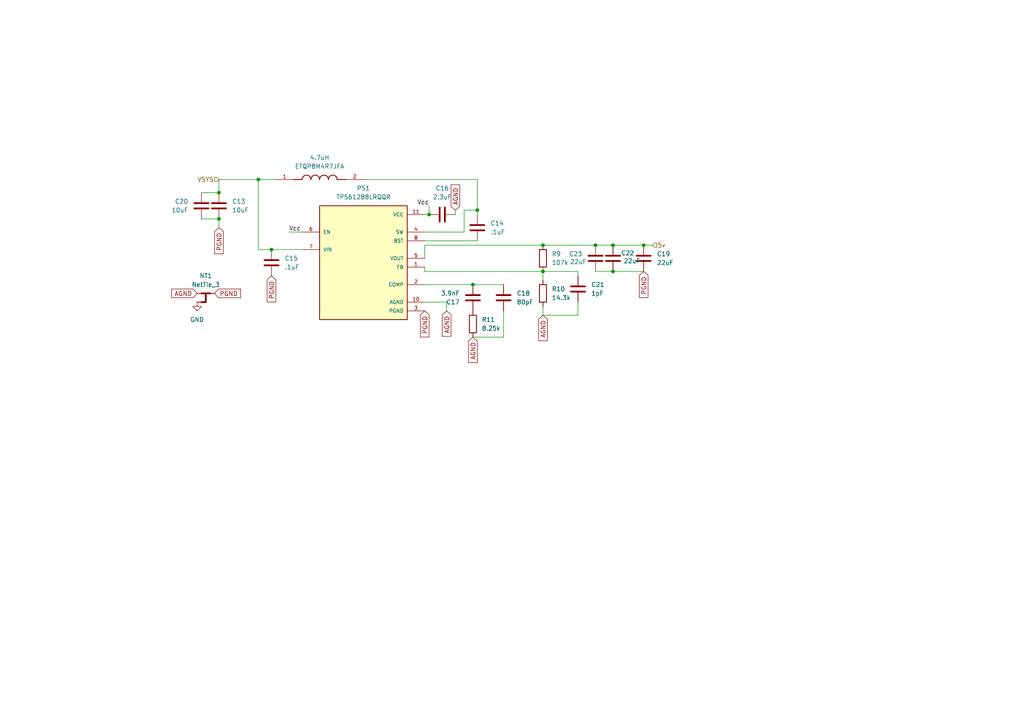
<source format=kicad_sch>
(kicad_sch (version 20250114) (generator "eeschema") (generator_version "9.0")
  (paper "A4")
  (title_block (title "Boost Converter") (date "2026-02-12") (rev "1.0") (company "MTU Open Source Hardware Enterprise") (comment 1 "Authors: Alex Ritter, Lucas Centner"))
  (lib_symbols
    (symbol "Device:C" (pin_numbers (hide yes)) (pin_names (offset 0.254))
      (property "Reference" "C" (at 0.635 2.54 0))
      (property "Value" "C" (at 0.635 -2.54 0))
      (symbol "C_0_1"
        (polyline (pts (xy -2.032 0.762) (xy 2.032 0.762)) (stroke (width 0.508)))
        (polyline (pts (xy -2.032 -0.762) (xy 2.032 -0.762)) (stroke (width 0.508)))
      )
      (symbol "C_1_1"
        (pin passive line (at 0 3.81 270) (length 2.794) (name "~") (number "1"))
        (pin passive line (at 0 -3.81 90) (length 2.794) (name "~") (number "2"))
      )
    )
    (symbol "Device:NetTie_3" (pin_numbers (hide yes)) (pin_names (offset 0) (hide yes)) (in_bom no)
      (property "Reference" "NT" (at 0 1.27 0))
      (property "Value" "NetTie_3" (at 0 -3.81 0))
      (symbol "NetTie_3_0_1"
        (polyline (pts (xy -1.27 0) (xy 1.27 0)) (stroke (width 0.508)))
        (polyline (pts (xy 0 0) (xy 0 -2.54) (xy -1.27 -2.54)) (stroke (width 0.508)))
      )
      (symbol "NetTie_3_1_1"
        (pin passive line (at -2.54 0 0) (length 2.54) (name "1") (number "1"))
        (pin passive line (at -2.54 -2.54 0) (length 2.54) (name "3") (number "3"))
        (pin passive line (at 2.54 0 180) (length 2.54) (name "2") (number "2"))
      )
    )
    (symbol "Device:R" (pin_numbers (hide yes)) (pin_names (offset 0))
      (property "Reference" "R" (at 2.032 0 90))
      (property "Value" "R" (at 0 0 90))
      (symbol "R_0_1"
        (rectangle (start -1.016 -2.54) (end 1.016 2.54) (stroke (width 0.254)))
      )
      (symbol "R_1_1"
        (pin passive line (at 0 3.81 270) (length 1.27) (name "~") (number "1"))
        (pin passive line (at 0 -3.81 90) (length 1.27) (name "~") (number "2"))
      )
    )
    (symbol "Indcutor:ETQP8M4R7JFA" (pin_names (offset 1.016))
      (property "Reference" "L" (at -10.16 7.62 0))
      (property "Value" "ETQP8M4R7JFA" (at -10.16 5.08 0))
      (symbol "ETQP8M4R7JFA_0_0"
        (polyline (pts (xy -5.08 0) (xy -7.62 0)) (stroke (width 0.254)))
        (arc (start -5.08 0) (mid -3.81 1.2645) (end -2.54 0) (stroke (width 0.254)))
        (arc (start -2.54 0) (mid -1.27 1.2645) (end 0 0) (stroke (width 0.254)))
        (arc (start 0 0) (mid 1.27 1.2645) (end 2.54 0) (stroke (width 0.254)))
        (arc (start 2.54 0) (mid 3.81 1.2645) (end 5.08 0) (stroke (width 0.254)))
        (polyline (pts (xy 5.08 0) (xy 7.62 0)) (stroke (width 0.254)))
        (pin passive line (at -12.7 0 0) (length 5.08) (name "~") (number "1"))
        (pin passive line (at 12.7 0 180) (length 5.08) (name "~") (number "2"))
      )
    )
    (symbol "TPS61288:TPS61288LRQQR" (pin_names (offset 1.016))
      (property "Reference" "PS" (at -12.7 18.288 0))
      (property "Value" "TPS61288LRQQR" (at -12.7 -17.78 0))
      (symbol "TPS61288LRQQR_0_0"
        (rectangle (start -12.7 -15.24) (end 12.7 17.78) (stroke (width 0.254)) (fill (type background)))
        (pin input line (at -17.78 10.16 0) (length 5.08) (name "EN") (number "6"))
        (pin input line (at -17.78 5.08 0) (length 5.08) (name "VIN") (number "7"))
        (pin power_in line (at 17.78 15.24 180) (length 5.08) (name "VCC") (number "11"))
        (pin output line (at 17.78 10.16 180) (length 5.08) (name "SW") (number "4"))
        (pin output line (at 17.78 10.16 180) (length 5.08) (hide yes) (name "SW") (number "9"))
        (pin output line (at 17.78 7.62 180) (length 5.08) (name "BST") (number "8"))
        (pin output line (at 17.78 2.54 180) (length 5.08) (name "VOUT") (number "5"))
        (pin input line (at 17.78 0 180) (length 5.08) (name "FB") (number "1"))
        (pin output line (at 17.78 -5.08 180) (length 5.08) (name "COMP") (number "2"))
        (pin power_in line (at 17.78 -10.16 180) (length 5.08) (name "AGND") (number "10"))
        (pin power_in line (at 17.78 -12.7 180) (length 5.08) (name "PGND") (number "3"))
      )
    )
    (symbol "power:GND" (power) (pin_numbers (hide yes)) (pin_names (offset 0) (hide yes))
      (property "Value" "GND" (at 0 -3.81 0))
      (symbol "GND_0_1"
        (polyline (pts (xy 0 0) (xy 0 -1.27) (xy 1.27 -1.27) (xy 0 -2.54) (xy -1.27 -1.27) (xy 0 -1.27)))
      )
      (symbol "GND_1_1"
        (pin power_in line (at 0 0 270) (length 0) (name "~") (number "1"))
      )
    )
  )
  (junction (at 137.16 82.55))
  (junction (at 74.93 52.07))
  (junction (at 157.48 71.12))
  (junction (at 177.8 78.74))
  (junction (at 172.72 71.12))
  (junction (at 138.43 60.96))
  (junction (at 177.8 71.12))
  (junction (at 124.46 62.23))
  (junction (at 63.5 63.5))
  (junction (at 157.48 78.74))
  (junction (at 78.74 72.39))
  (junction (at 186.69 71.12))
  (junction (at 63.5 55.88))
  (wire (pts (xy 129.54 90.17) (xy 129.54 87.63)))
  (wire (pts (xy 189.23 71.12) (xy 186.69 71.12)))
  (wire (pts (xy 58.42 63.5) (xy 63.5 63.5)))
  (wire (pts (xy 63.5 66.04) (xy 63.5 63.5)))
  (wire (pts (xy 132.08 60.96) (xy 132.08 62.23)))
  (wire (pts (xy 167.64 87.63) (xy 167.64 91.44)))
  (wire (pts (xy 78.74 72.39) (xy 87.63 72.39)))
  (wire (pts (xy 134.62 60.96) (xy 138.43 60.96)))
  (wire (pts (xy 146.05 97.79) (xy 137.16 97.79)))
  (wire (pts (xy 167.64 78.74) (xy 157.48 78.74)))
  (wire (pts (xy 74.93 72.39) (xy 78.74 72.39)))
  (wire (pts (xy 167.64 78.74) (xy 167.64 80.01)))
  (wire (pts (xy 123.19 78.74) (xy 157.48 78.74)))
  (wire (pts (xy 123.19 82.55) (xy 137.16 82.55)))
  (wire (pts (xy 138.43 62.23) (xy 138.43 60.96)))
  (wire (pts (xy 134.62 67.31) (xy 134.62 60.96)))
  (wire (pts (xy 74.93 52.07) (xy 63.5 52.07)))
  (wire (pts (xy 177.8 71.12) (xy 186.69 71.12)))
  (wire (pts (xy 157.48 91.44) (xy 157.48 88.9)))
  (wire (pts (xy 123.19 67.31) (xy 134.62 67.31)))
  (wire (pts (xy 123.19 71.12) (xy 123.19 74.93)))
  (wire (pts (xy 137.16 82.55) (xy 146.05 82.55)))
  (wire (pts (xy 157.48 78.74) (xy 157.48 81.28)))
  (wire (pts (xy 167.64 91.44) (xy 157.48 91.44)))
  (wire (pts (xy 58.42 55.88) (xy 63.5 55.88)))
  (wire (pts (xy 80.01 52.07) (xy 74.93 52.07)))
  (wire (pts (xy 123.19 62.23) (xy 124.46 62.23)))
  (wire (pts (xy 105.41 52.07) (xy 138.43 52.07)))
  (wire (pts (xy 124.46 59.69) (xy 124.46 62.23)))
  (wire (pts (xy 123.19 78.74) (xy 123.19 77.47)))
  (wire (pts (xy 172.72 71.12) (xy 177.8 71.12)))
  (wire (pts (xy 129.54 87.63) (xy 123.19 87.63)))
  (wire (pts (xy 157.48 71.12) (xy 172.72 71.12)))
  (wire (pts (xy 138.43 69.85) (xy 123.19 69.85)))
  (wire (pts (xy 123.19 71.12) (xy 157.48 71.12)))
  (wire (pts (xy 83.82 67.31) (xy 87.63 67.31)))
  (wire (pts (xy 146.05 90.17) (xy 146.05 97.79)))
  (wire (pts (xy 63.5 52.07) (xy 63.5 55.88)))
  (wire (pts (xy 74.93 52.07) (xy 74.93 72.39)))
  (wire (pts (xy 177.8 78.74) (xy 186.69 78.74)))
  (wire (pts (xy 138.43 52.07) (xy 138.43 60.96)))
  (wire (pts (xy 172.72 78.74) (xy 177.8 78.74)))
  (label "Vcc" (at 124.46 59.69 180))
  (label "Vcc" (at 83.82 67.31 0))
  (global_label "AGND" (shape input) (at 132.08 60.96 90) (property "Intersheetrefs" "${INTERSHEET_REFS}" (effects (hide yes))))
  (global_label "PGND" (shape input) (at 123.19 90.17 270) (property "Intersheetrefs" "${INTERSHEET_REFS}" (effects (hide yes))))
  (global_label "AGND" (shape input) (at 129.54 90.17 270) (property "Intersheetrefs" "${INTERSHEET_REFS}" (effects (hide yes))))
  (global_label "AGND" (shape input) (at 157.48 91.44 270) (property "Intersheetrefs" "${INTERSHEET_REFS}" (effects (hide yes))))
  (global_label "PGND" (shape input) (at 63.5 66.04 270) (property "Intersheetrefs" "${INTERSHEET_REFS}" (effects (hide yes))))
  (global_label "AGND" (shape input) (at 137.16 97.79 270) (property "Intersheetrefs" "${INTERSHEET_REFS}" (effects (hide yes))))
  (global_label "AGND" (shape input) (at 57.15 85.09 180) (property "Intersheetrefs" "${INTERSHEET_REFS}" (effects (hide yes))))
  (global_label "PGND" (shape input) (at 62.23 85.09 0) (property "Intersheetrefs" "${INTERSHEET_REFS}" (effects (hide yes))))
  (global_label "PGND" (shape input) (at 186.69 78.74 270) (property "Intersheetrefs" "${INTERSHEET_REFS}" (effects (hide yes))))
  (global_label "PGND" (shape input) (at 78.74 80.01 270) (property "Intersheetrefs" "${INTERSHEET_REFS}" (effects (hide yes))))
  (hierarchical_label "5v" (shape input) (at 189.23 71.12 0))
  (hierarchical_label "VSYS" (shape input) (at 63.5 52.07 180))
  (symbol (lib_id "Device:C") (at 138.43 66.04 0) (unit 1)
    (property "Reference" "C14" (at 142.24 64.7699 0) (effects (justify left)))
    (property "Value" ".1uF" (at 142.24 67.3099 0) (effects (justify left)))
    (property "Description" "Unpolarized capacitor" (effects (hide yes)))
  )
  (symbol (lib_id "Device:R") (at 157.48 85.09 0) (unit 1)
    (property "Reference" "R10" (at 160.02 83.8199 0) (effects (justify left)))
    (property "Value" "14.3k" (at 160.02 86.3599 0) (effects (justify left)))
    (property "Description" "Resistor" (effects (hide yes)))
  )
  (symbol (lib_id "Device:C") (at 58.42 59.69 0) (mirror y) (unit 1)
    (property "Reference" "C20" (at 54.61 58.4199 0) (effects (justify left)))
    (property "Value" "10uF" (at 54.61 60.9599 0) (effects (justify left)))
    (property "Description" "Unpolarized capacitor" (effects (hide yes)))
  )
  (symbol (lib_id "Device:C") (at 172.72 74.93 0) (mirror y) (unit 1)
    (property "Reference" "C23" (at 168.91 73.6599 0) (effects (justify left)))
    (property "Value" "22uF" (at 170.18 75.946 0) (effects (justify left)))
    (property "Description" "Unpolarized capacitor" (effects (hide yes)))
  )
  (symbol (lib_id "Device:NetTie_3") (at 59.69 85.09 0) (unit 1) (in_bom no)
    (property "Reference" "NT1" (at 59.69 80.01 0))
    (property "Value" "NetTie_3" (at 59.69 82.55 0))
    (property "Description" "Net tie, 3 pins" (effects (hide yes)))
  )
  (symbol (lib_id "Device:C") (at 146.05 86.36 0) (unit 1)
    (property "Reference" "C18" (at 149.86 85.0899 0) (effects (justify left)))
    (property "Value" "80pF" (at 149.86 87.6299 0) (effects (justify left)))
    (property "Description" "Unpolarized capacitor" (effects (hide yes)))
  )
  (symbol (lib_id "Device:C") (at 186.69 74.93 0) (unit 1)
    (property "Reference" "C19" (at 190.5 73.6599 0) (effects (justify left)))
    (property "Value" "22uF" (at 190.5 76.1999 0) (effects (justify left)))
    (property "Description" "Unpolarized capacitor" (effects (hide yes)))
  )
  (symbol (lib_id "Device:C") (at 63.5 59.69 0) (unit 1)
    (property "Reference" "C13" (at 67.31 58.4199 0) (effects (justify left)))
    (property "Value" "10uF" (at 67.31 60.9599 0) (effects (justify left)))
    (property "Description" "Unpolarized capacitor" (effects (hide yes)))
  )
  (symbol (lib_id "power:GND") (at 57.15 87.63 0) (unit 1)
    (property "Reference" "#PWR015" (effects (hide yes)))
    (property "Value" "GND" (at 57.15 92.71 0))
    (property "Description" "Power symbol creates a global label with name \"GND\" , ground" (effects (hide yes)))
  )
  (symbol (lib_id "Device:C") (at 78.74 76.2 0) (unit 1)
    (property "Reference" "C15" (at 82.55 74.9299 0) (effects (justify left)))
    (property "Value" ".1uF" (at 82.55 77.4699 0) (effects (justify left)))
    (property "Description" "Unpolarized capacitor" (effects (hide yes)))
  )
  (symbol (lib_id "Device:R") (at 157.48 74.93 0) (unit 1)
    (property "Reference" "R9" (at 160.02 73.6599 0) (effects (justify left)))
    (property "Value" "107k" (at 160.02 76.1999 0) (effects (justify left)))
    (property "Description" "Resistor" (effects (hide yes)))
  )
  (symbol (lib_id "Indcutor:ETQP8M4R7JFA") (at 92.71 52.07 0) (unit 1)
    (property "Reference" "4.7uH" (at 92.71 45.72 0))
    (property "Value" "ETQP8M4R7JFA" (at 92.71 48.26 0))
    (property "Footprint" "ETQP8M4R7JFA:IND_ETQP8M4R7JFA" (effects (hide yes)))
    (property "MF" "Panasonic Electronic" (effects (hide yes)))
    (property "MAXIMUM_PACKAGE_HEIGHT" "8mm" (effects (hide yes)))
    (property "Package" "SMD-2 Panasonic" (effects (hide yes)))
    (property "Price" "None" (effects (hide yes)))
    (property "Check_prices" "https://www.snapeda.com/parts/ETQ-P8M4R7JFA/Panasonic/view-part/?ref=eda" (effects (hide yes)))
    (property "STANDARD" "Manufacturer Recommendations" (effects (hide yes)))
    (property "PARTREV" "1-Feb-20" (effects (hide yes)))
    (property "SnapEDA_Link" "https://www.snapeda.com/parts/ETQ-P8M4R7JFA/Panasonic/view-part/?ref=snap" (effects (hide yes)))
    (property "MP" "ETQ-P8M4R7JFA" (effects (hide yes)))
    (property "Purchase-URL" "https://www.snapeda.com/api/url_track_click_mouser/?unipart_id=1533706&manufacturer=Panasonic Electronic&part_name=ETQ-P8M4R7JFA&search_term=etq-p8m4r7jfa" (effects (hide yes)))
    (property "Description_1" "4.7H Shielded Inductor 16.8A 5.39mOhm Max 2-SMD, J-Lead" (effects (hide yes)))
    (property "Availability" "In Stock" (effects (hide yes)))
    (property "MANUFACTURER" "Panasonic" (effects (hide yes)))
  )
  (symbol (lib_id "Device:C") (at 167.64 83.82 0) (unit 1)
    (property "Reference" "C21" (at 171.45 82.5499 0) (effects (justify left)))
    (property "Value" "1pF" (at 171.45 85.0899 0) (effects (justify left)))
    (property "Description" "Unpolarized capacitor" (effects (hide yes)))
  )
  (symbol (lib_id "Device:C") (at 177.8 74.93 0) (unit 1)
    (property "Reference" "C22" (at 180.086 73.406 0) (effects (justify left)))
    (property "Value" "22uF" (at 180.848 75.692 0) (effects (justify left)))
    (property "Description" "Unpolarized capacitor" (effects (hide yes)))
  )
  (symbol (lib_id "Device:R") (at 137.16 93.98 0) (unit 1)
    (property "Reference" "R11" (at 139.7 92.7099 0) (effects (justify left)))
    (property "Value" "8.25k" (at 139.7 95.2499 0) (effects (justify left)))
    (property "Description" "Resistor" (effects (hide yes)))
  )
  (symbol (lib_id "TPS61288:TPS61288LRQQR") (at 105.41 77.47 0) (unit 1)
    (property "Reference" "PS1" (at 105.41 54.61 0))
    (property "Value" "TPS61288LRQQR" (at 105.41 57.15 0))
    (property "Footprint" "TPS61288LRQQR:CONV_TPS61288LRQQR" (effects (hide yes)))
    (property "MF" "Texas Instruments" (effects (hide yes)))
    (property "SNAPEDA_PACKAGE_ID" "121210" (effects (hide yes)))
    (property "Package" "VFQFN-11 Texas Instruments" (effects (hide yes)))
    (property "Price" "None" (effects (hide yes)))
    (property "Check_prices" "https://www.snapeda.com/parts/TPS61288LRQQR/Texas+Instruments/view-part/?ref=eda" (effects (hide yes)))
    (property "STANDARD" "Manufacturer Recommendations" (effects (hide yes)))
    (property "PARTREV" "C" (effects (hide yes)))
    (property "SnapEDA_Link" "https://www.snapeda.com/parts/TPS61288LRQQR/Texas+Instruments/view-part/?ref=snap" (effects (hide yes)))
    (property "MP" "TPS61288LRQQR" (effects (hide yes)))
    (property "Purchase-URL" "https://www.snapeda.com/api/url_track_click_mouser/?unipart_id=10440301&manufacturer=Texas Instruments&part_name=TPS61288LRQQR&search_term=tps61288lrqqr" (effects (hide yes)))
    (property "Description_1" "18-V, 15-A synchronous boost converter" (effects (hide yes)))
    (property "MANUFACTURER" "Texas Instruments" (effects (hide yes)))
    (property "Availability" "In Stock" (effects (hide yes)))
    (property "MAXIMUM_PACKAGE_HEIGHT" "1 mm" (effects (hide yes)))
  )
  (symbol (lib_id "Device:C") (at 137.16 86.36 180) (unit 1)
    (property "Reference" "C17" (at 133.35 87.6301 0) (effects (justify left)))
    (property "Value" "3.9nF" (at 133.35 85.0901 0) (effects (justify left)))
    (property "Description" "Unpolarized capacitor" (effects (hide yes)))
  )
  (symbol (lib_id "Device:C") (at 128.27 62.23 90) (unit 1)
    (property "Reference" "C16" (at 128.27 54.61 90))
    (property "Value" "2.3uF" (at 128.27 57.15 90))
    (property "Description" "Unpolarized capacitor" (effects (hide yes)))
  )
)
</source>
